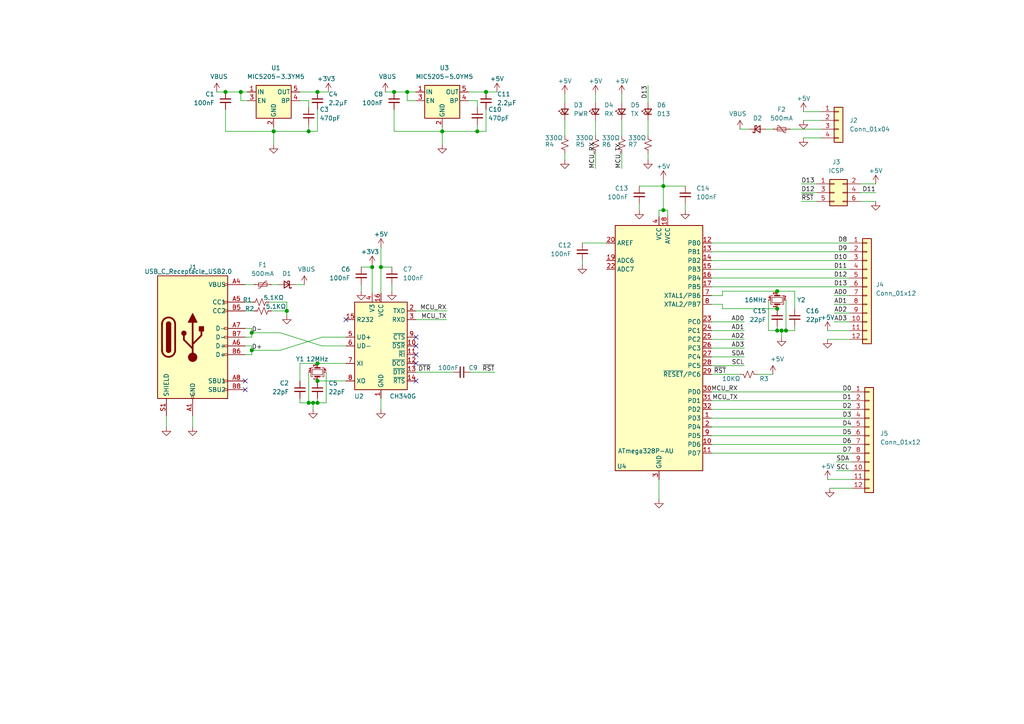
<source format=kicad_sch>
(kicad_sch (version 20200714) (host eeschema "(5.99.0-2671-gfc0a358ba)")
  (page 1 1)
  (paper "A4")
  (lib_symbols
    (symbol "Connector:USB_C_Receptacle_USB2.0"
      (property "Reference" "J" (at -10.16 19.05 0))
      (property "Value" "USB_C_Receptacle_USB2.0" (at 19.05 19.05 0))
      (symbol "USB_C_Receptacle_USB2.0_0_1"
        (arc (start -8.89 -3.81) (end -5.08 -3.81) (radius (at -6.985 -3.81) (length 1.905) (angles -179.9 -0.1)) (stroke (width 0.508)))
        (arc (start -7.62 -3.81) (end -6.35 -3.81) (radius (at -6.985 -3.81) (length 0.635) (angles -179.9 -0.1)) (stroke (width 0.254)))
        (arc (start -7.62 -3.81) (end -6.35 -3.81) (radius (at -6.985 -3.81) (length 0.635) (angles -179.9 -0.1)) (stroke (width 0.254)) (fill (type outline)))
        (arc (start -6.35 3.81) (end -7.62 3.81) (radius (at -6.985 3.81) (length 0.635) (angles 0.1 179.9)) (stroke (width 0.254)) (fill (type outline)))
        (arc (start -6.35 3.81) (end -7.62 3.81) (radius (at -6.985 3.81) (length 0.635) (angles 0.1 179.9)) (stroke (width 0.254)))
        (arc (start -5.08 3.81) (end -8.89 3.81) (radius (at -6.985 3.81) (length 1.905) (angles 0.1 179.9)) (stroke (width 0.508)))
        (circle (center -2.54 1.143) (radius 0.635) (stroke (width 0.254)) (fill (type outline)))
        (circle (center 0 -5.842) (radius 1.27) (fill (type outline)))
        (rectangle (start -10.16 17.78) (end 10.16 -17.78) (stroke (width 0.254)) (fill (type background)))
        (rectangle (start -7.62 -3.81) (end -6.35 3.81) (stroke (width 0.254)) (fill (type outline)))
        (rectangle (start 1.905 1.778) (end 3.175 3.048) (stroke (width 0.254)) (fill (type outline)))
        (polyline (pts (xy -8.89 -3.81) (xy -8.89 3.81)) (stroke (width 0.508)))
        (polyline (pts (xy -5.08 3.81) (xy -5.08 -3.81)) (stroke (width 0.508)))
        (polyline (pts (xy 0 -5.842) (xy 0 4.318)) (stroke (width 0.508)))
        (polyline (pts (xy 0 -3.302) (xy -2.54 -0.762) (xy -2.54 0.508)) (stroke (width 0.508)))
        (polyline (pts (xy 0 -2.032) (xy 2.54 0.508) (xy 2.54 1.778)) (stroke (width 0.508)))
        (polyline (pts (xy -1.27 4.318) (xy 0 6.858) (xy 1.27 4.318) (xy -1.27 4.318)) (stroke (width 0.254)) (fill (type outline)))
      )
      (symbol "USB_C_Receptacle_USB2.0_0_0"
        (rectangle (start -0.254 -17.78) (end 0.254 -16.764))
        (rectangle (start 10.16 -14.986) (end 9.144 -15.494))
        (rectangle (start 10.16 -12.446) (end 9.144 -12.954))
        (rectangle (start 10.16 -4.826) (end 9.144 -5.334))
        (rectangle (start 10.16 -2.286) (end 9.144 -2.794))
        (rectangle (start 10.16 0.254) (end 9.144 -0.254))
        (rectangle (start 10.16 2.794) (end 9.144 2.286))
        (rectangle (start 10.16 7.874) (end 9.144 7.366))
        (rectangle (start 10.16 10.414) (end 9.144 9.906))
        (rectangle (start 10.16 15.494) (end 9.144 14.986))
      )
      (symbol "USB_C_Receptacle_USB2.0_1_1"
        (pin power_in line (at 0 -22.86 90) (length 5.08) (name "GND") (number "A1"))
        (pin passive line (at 0 -22.86 90) (length 5.08) hide (name "GND") (number "A12"))
        (pin power_in line (at 15.24 15.24 180) (length 5.08) (name "VBUS") (number "A4"))
        (pin bidirectional line (at 15.24 10.16 180) (length 5.08) (name "CC1") (number "A5"))
        (pin bidirectional line (at 15.24 -2.54 180) (length 5.08) (name "D+") (number "A6"))
        (pin bidirectional line (at 15.24 2.54 180) (length 5.08) (name "D-") (number "A7"))
        (pin bidirectional line (at 15.24 -12.7 180) (length 5.08) (name "SBU1") (number "A8"))
        (pin passive line (at 15.24 15.24 180) (length 5.08) hide (name "VBUS") (number "A9"))
        (pin passive line (at 0 -22.86 90) (length 5.08) hide (name "GND") (number "B1"))
        (pin passive line (at 0 -22.86 90) (length 5.08) hide (name "GND") (number "B12"))
        (pin passive line (at 15.24 15.24 180) (length 5.08) hide (name "VBUS") (number "B4"))
        (pin bidirectional line (at 15.24 7.62 180) (length 5.08) (name "CC2") (number "B5"))
        (pin bidirectional line (at 15.24 -5.08 180) (length 5.08) (name "D+") (number "B6"))
        (pin bidirectional line (at 15.24 0 180) (length 5.08) (name "D-") (number "B7"))
        (pin bidirectional line (at 15.24 -15.24 180) (length 5.08) (name "SBU2") (number "B8"))
        (pin passive line (at 15.24 15.24 180) (length 5.08) hide (name "VBUS") (number "B9"))
        (pin passive line (at -7.62 -22.86 90) (length 5.08) (name "SHIELD") (number "S1"))
      )
    )
    (symbol "Connector_Generic:Conn_01x04" (pin_names hide)
      (property "Reference" "J" (at 0 5.08 0))
      (property "Value" "Conn_01x04" (at 0 -7.62 0))
      (symbol "Conn_01x04_1_1"
        (rectangle (start -1.27 -4.953) (end 0 -5.207) (stroke (width 0.1524)))
        (rectangle (start -1.27 -2.413) (end 0 -2.667) (stroke (width 0.1524)))
        (rectangle (start -1.27 2.667) (end 0 2.413) (stroke (width 0.1524)))
        (rectangle (start -1.27 3.81) (end 1.27 -6.35) (stroke (width 0.254)) (fill (type background)))
        (rectangle (start -1.27 0.127) (end 0 -0.127) (stroke (width 0.1524)))
        (pin passive line (at -5.08 2.54 0) (length 3.81) (name "Pin_1") (number "1"))
        (pin passive line (at -5.08 0 0) (length 3.81) (name "Pin_2") (number "2"))
        (pin passive line (at -5.08 -2.54 0) (length 3.81) (name "Pin_3") (number "3"))
        (pin passive line (at -5.08 -5.08 0) (length 3.81) (name "Pin_4") (number "4"))
      )
    )
    (symbol "Connector_Generic:Conn_01x12" (pin_names hide)
      (property "Reference" "J" (at 0 15.24 0))
      (property "Value" "Conn_01x12" (at 0 -17.78 0))
      (symbol "Conn_01x12_1_1"
        (rectangle (start -1.27 -4.953) (end 0 -5.207) (stroke (width 0.1524)))
        (rectangle (start -1.27 -7.493) (end 0 -7.747) (stroke (width 0.1524)))
        (rectangle (start -1.27 -10.033) (end 0 -10.287) (stroke (width 0.1524)))
        (rectangle (start -1.27 -12.573) (end 0 -12.827) (stroke (width 0.1524)))
        (rectangle (start -1.27 -15.113) (end 0 -15.367) (stroke (width 0.1524)))
        (rectangle (start -1.27 -2.413) (end 0 -2.667) (stroke (width 0.1524)))
        (rectangle (start -1.27 2.667) (end 0 2.413) (stroke (width 0.1524)))
        (rectangle (start -1.27 5.207) (end 0 4.953) (stroke (width 0.1524)))
        (rectangle (start -1.27 7.747) (end 0 7.493) (stroke (width 0.1524)))
        (rectangle (start -1.27 10.287) (end 0 10.033) (stroke (width 0.1524)))
        (rectangle (start -1.27 0.127) (end 0 -0.127) (stroke (width 0.1524)))
        (rectangle (start -1.27 12.827) (end 0 12.573) (stroke (width 0.1524)))
        (rectangle (start -1.27 13.97) (end 1.27 -16.51) (stroke (width 0.254)) (fill (type background)))
        (pin passive line (at -5.08 12.7 0) (length 3.81) (name "Pin_1") (number "1"))
        (pin passive line (at -5.08 -10.16 0) (length 3.81) (name "Pin_10") (number "10"))
        (pin passive line (at -5.08 -12.7 0) (length 3.81) (name "Pin_11") (number "11"))
        (pin passive line (at -5.08 -15.24 0) (length 3.81) (name "Pin_12") (number "12"))
        (pin passive line (at -5.08 10.16 0) (length 3.81) (name "Pin_2") (number "2"))
        (pin passive line (at -5.08 7.62 0) (length 3.81) (name "Pin_3") (number "3"))
        (pin passive line (at -5.08 5.08 0) (length 3.81) (name "Pin_4") (number "4"))
        (pin passive line (at -5.08 2.54 0) (length 3.81) (name "Pin_5") (number "5"))
        (pin passive line (at -5.08 0 0) (length 3.81) (name "Pin_6") (number "6"))
        (pin passive line (at -5.08 -2.54 0) (length 3.81) (name "Pin_7") (number "7"))
        (pin passive line (at -5.08 -5.08 0) (length 3.81) (name "Pin_8") (number "8"))
        (pin passive line (at -5.08 -7.62 0) (length 3.81) (name "Pin_9") (number "9"))
      )
    )
    (symbol "Connector_Generic:Conn_02x03_Odd_Even" (pin_names hide)
      (property "Reference" "J" (at 1.27 5.08 0))
      (property "Value" "Conn_02x03_Odd_Even" (at 1.27 -5.08 0))
      (symbol "Conn_02x03_Odd_Even_1_1"
        (rectangle (start -1.27 -2.413) (end 0 -2.667) (stroke (width 0.1524)))
        (rectangle (start -1.27 2.667) (end 0 2.413) (stroke (width 0.1524)))
        (rectangle (start -1.27 3.81) (end 3.81 -3.81) (stroke (width 0.254)) (fill (type background)))
        (rectangle (start -1.27 0.127) (end 0 -0.127) (stroke (width 0.1524)))
        (rectangle (start 3.81 -2.413) (end 2.54 -2.667) (stroke (width 0.1524)))
        (rectangle (start 3.81 2.667) (end 2.54 2.413) (stroke (width 0.1524)))
        (rectangle (start 3.81 0.127) (end 2.54 -0.127) (stroke (width 0.1524)))
        (pin passive line (at -5.08 2.54 0) (length 3.81) (name "Pin_1") (number "1"))
        (pin passive line (at 7.62 2.54 180) (length 3.81) (name "Pin_2") (number "2"))
        (pin passive line (at -5.08 0 0) (length 3.81) (name "Pin_3") (number "3"))
        (pin passive line (at 7.62 0 180) (length 3.81) (name "Pin_4") (number "4"))
        (pin passive line (at -5.08 -2.54 0) (length 3.81) (name "Pin_5") (number "5"))
        (pin passive line (at 7.62 -2.54 180) (length 3.81) (name "Pin_6") (number "6"))
      )
    )
    (symbol "Device:C_Small" (pin_numbers hide) (pin_names (offset 0.254) hide)
      (property "Reference" "C" (at 0.254 1.778 0))
      (property "Value" "C_Small" (at 0.254 -2.032 0))
      (symbol "C_Small_0_1"
        (polyline (pts (xy -1.524 -0.508) (xy 1.524 -0.508)) (stroke (width 0.3302)))
        (polyline (pts (xy -1.524 0.508) (xy 1.524 0.508)) (stroke (width 0.3048)))
      )
      (symbol "C_Small_1_1"
        (pin passive line (at 0 2.54 270) (length 2.032) (name "~") (number "1"))
        (pin passive line (at 0 -2.54 90) (length 2.032) (name "~") (number "2"))
      )
    )
    (symbol "Device:Crystal_GND24_Small" (pin_names hide)
      (property "Reference" "Y" (at 1.27 4.445 0))
      (property "Value" "Crystal_GND24_Small" (at 1.27 2.54 0))
      (symbol "Crystal_GND24_Small_0_1"
        (rectangle (start -0.762 -1.524) (end 0.762 1.524))
        (polyline (pts (xy -1.27 -0.762) (xy -1.27 0.762)) (stroke (width 0.381)))
        (polyline (pts (xy 1.27 -0.762) (xy 1.27 0.762)) (stroke (width 0.381)))
        (polyline (pts (xy -1.27 -1.27) (xy -1.27 -1.905) (xy 1.27 -1.905) (xy 1.27 -1.27)))
        (polyline (pts (xy -1.27 1.27) (xy -1.27 1.905) (xy 1.27 1.905) (xy 1.27 1.27)))
      )
      (symbol "Crystal_GND24_Small_1_1"
        (pin passive line (at -2.54 0 0) (length 1.27) (name "1") (number "1"))
        (pin passive line (at 0 -2.54 90) (length 0.635) (name "2") (number "2"))
        (pin passive line (at 2.54 0 180) (length 1.27) (name "3") (number "3"))
        (pin passive line (at 0 2.54 270) (length 0.635) (name "4") (number "4"))
      )
    )
    (symbol "Device:D_Schottky_Small" (pin_numbers hide) (pin_names (offset 0.254) hide)
      (property "Reference" "D" (at -1.27 2.032 0))
      (property "Value" "D_Schottky_Small" (at -7.112 -2.032 0))
      (symbol "D_Schottky_Small_0_1"
        (polyline (pts (xy -0.762 0) (xy 0.762 0)))
        (polyline (pts (xy 0.762 -1.016) (xy -0.762 0) (xy 0.762 1.016) (xy 0.762 -1.016)) (stroke (width 0.254)))
        (polyline (pts (xy -1.27 0.762) (xy -1.27 1.016) (xy -0.762 1.016) (xy -0.762 -1.016) (xy -0.254 -1.016) (xy -0.254 -0.762)) (stroke (width 0.254)))
      )
      (symbol "D_Schottky_Small_1_1"
        (pin passive line (at -2.54 0 0) (length 1.778) (name "K") (number "1"))
        (pin passive line (at 2.54 0 180) (length 1.778) (name "A") (number "2"))
      )
    )
    (symbol "Device:LED_Small" (pin_numbers hide) (pin_names (offset 0.254) hide)
      (property "Reference" "D" (at -1.27 3.175 0))
      (property "Value" "LED_Small" (at -4.445 -2.54 0))
      (symbol "LED_Small_0_1"
        (polyline (pts (xy -0.762 -1.016) (xy -0.762 1.016)) (stroke (width 0.254)))
        (polyline (pts (xy 1.016 0) (xy -0.762 0)))
        (polyline (pts (xy 0.762 -1.016) (xy -0.762 0) (xy 0.762 1.016) (xy 0.762 -1.016)) (stroke (width 0.254)))
        (polyline (pts (xy 0 0.762) (xy -0.508 1.27) (xy -0.254 1.27) (xy -0.508 1.27) (xy -0.508 1.016)))
        (polyline (pts (xy 0.508 1.27) (xy 0 1.778) (xy 0.254 1.778) (xy 0 1.778) (xy 0 1.524)))
      )
      (symbol "LED_Small_1_1"
        (pin passive line (at -2.54 0 0) (length 1.778) (name "K") (number "1"))
        (pin passive line (at 2.54 0 180) (length 1.778) (name "A") (number "2"))
      )
    )
    (symbol "Device:Polyfuse_Small" (pin_numbers hide) (pin_names (offset 0))
      (property "Reference" "F" (at -1.905 0 90))
      (property "Value" "Polyfuse_Small" (at 1.905 0 90))
      (symbol "Polyfuse_Small_0_1"
        (rectangle (start -0.508 1.27) (end 0.508 -1.27))
        (polyline (pts (xy 0 2.54) (xy 0 -2.54)))
        (polyline (pts (xy -1.016 1.27) (xy -1.016 0.762) (xy 1.016 -0.762) (xy 1.016 -1.27)))
      )
      (symbol "Polyfuse_Small_1_1"
        (pin passive line (at 0 2.54 270) (length 0.635) (name "~") (number "1"))
        (pin passive line (at 0 -2.54 90) (length 0.635) (name "~") (number "2"))
      )
    )
    (symbol "Device:R_Small_US" (pin_numbers hide) (pin_names (offset 0.254) hide)
      (property "Reference" "R" (at 0.762 0.508 0))
      (property "Value" "R_Small_US" (at 0.762 -1.016 0))
      (symbol "R_Small_US_1_1"
        (polyline (pts (xy 0 0) (xy 1.016 -0.381) (xy 0 -0.762) (xy -1.016 -1.143) (xy 0 -1.524)))
        (polyline (pts (xy 0 1.524) (xy 1.016 1.143) (xy 0 0.762) (xy -1.016 0.381) (xy 0 0)))
        (pin passive line (at 0 2.54 270) (length 1.016) (name "~") (number "1"))
        (pin passive line (at 0 -2.54 90) (length 1.016) (name "~") (number "2"))
      )
    )
    (symbol "Interface_USB:CH340G" (pin_names (offset 0.508))
      (property "Reference" "U" (at -5.08 13.97 0))
      (property "Value" "CH340G" (at 1.27 13.97 0))
      (symbol "CH340G_0_1"
        (rectangle (start -7.62 12.7) (end 7.62 -12.7) (stroke (width 0.254)) (fill (type background)))
      )
      (symbol "CH340G_1_1"
        (pin power_in line (at 0 -15.24 90) (length 2.54) (name "GND") (number "1"))
        (pin input line (at 10.16 0 180) (length 2.54) (name "~DSR") (number "10"))
        (pin input line (at 10.16 -2.54 180) (length 2.54) (name "~RI") (number "11"))
        (pin input line (at 10.16 -5.08 180) (length 2.54) (name "~DCD") (number "12"))
        (pin output line (at 10.16 -7.62 180) (length 2.54) (name "~DTR") (number "13"))
        (pin output line (at 10.16 -10.16 180) (length 2.54) (name "~RTS") (number "14"))
        (pin input line (at -10.16 7.62 0) (length 2.54) (name "R232") (number "15"))
        (pin power_in line (at 0 15.24 270) (length 2.54) (name "VCC") (number "16"))
        (pin output line (at 10.16 10.16 180) (length 2.54) (name "TXD") (number "2"))
        (pin input line (at 10.16 7.62 180) (length 2.54) (name "RXD") (number "3"))
        (pin passive line (at -2.54 15.24 270) (length 2.54) (name "V3") (number "4"))
        (pin bidirectional line (at -10.16 2.54 0) (length 2.54) (name "UD+") (number "5"))
        (pin bidirectional line (at -10.16 0 0) (length 2.54) (name "UD-") (number "6"))
        (pin input line (at -10.16 -5.08 0) (length 2.54) (name "XI") (number "7"))
        (pin output line (at -10.16 -10.16 0) (length 2.54) (name "XO") (number "8"))
        (pin input line (at 10.16 2.54 180) (length 2.54) (name "~CTS") (number "9"))
      )
    )
    (symbol "MCU_Microchip_ATmega:ATmega328P-AU" (pin_names (offset 0.508))
      (property "Reference" "U" (at -12.7 36.83 0))
      (property "Value" "ATmega328P-AU" (at 2.54 -36.83 0))
      (symbol "ATmega328P-AU_0_1"
        (rectangle (start -12.7 -35.56) (end 12.7 35.56) (stroke (width 0.254)) (fill (type background)))
      )
      (symbol "ATmega328P-AU_1_1"
        (pin bidirectional line (at 15.24 -20.32 180) (length 2.54) (name "PD3") (number "1"))
        (pin bidirectional line (at 15.24 -27.94 180) (length 2.54) (name "PD6") (number "10"))
        (pin bidirectional line (at 15.24 -30.48 180) (length 2.54) (name "PD7") (number "11"))
        (pin bidirectional line (at 15.24 30.48 180) (length 2.54) (name "PB0") (number "12"))
        (pin bidirectional line (at 15.24 27.94 180) (length 2.54) (name "PB1") (number "13"))
        (pin bidirectional line (at 15.24 25.4 180) (length 2.54) (name "PB2") (number "14"))
        (pin bidirectional line (at 15.24 22.86 180) (length 2.54) (name "PB3") (number "15"))
        (pin bidirectional line (at 15.24 20.32 180) (length 2.54) (name "PB4") (number "16"))
        (pin bidirectional line (at 15.24 17.78 180) (length 2.54) (name "PB5") (number "17"))
        (pin power_in line (at 2.54 38.1 270) (length 2.54) (name "AVCC") (number "18"))
        (pin input line (at -15.24 25.4 0) (length 2.54) (name "ADC6") (number "19"))
        (pin bidirectional line (at 15.24 -22.86 180) (length 2.54) (name "PD4") (number "2"))
        (pin passive line (at -15.24 30.48 0) (length 2.54) (name "AREF") (number "20"))
        (pin passive line (at 0 -38.1 90) (length 2.54) hide (name "GND") (number "21"))
        (pin input line (at -15.24 22.86 0) (length 2.54) (name "ADC7") (number "22"))
        (pin bidirectional line (at 15.24 7.62 180) (length 2.54) (name "PC0") (number "23"))
        (pin bidirectional line (at 15.24 5.08 180) (length 2.54) (name "PC1") (number "24"))
        (pin bidirectional line (at 15.24 2.54 180) (length 2.54) (name "PC2") (number "25"))
        (pin bidirectional line (at 15.24 0 180) (length 2.54) (name "PC3") (number "26"))
        (pin bidirectional line (at 15.24 -2.54 180) (length 2.54) (name "PC4") (number "27"))
        (pin bidirectional line (at 15.24 -5.08 180) (length 2.54) (name "PC5") (number "28"))
        (pin bidirectional line (at 15.24 -7.62 180) (length 2.54) (name "~RESET~/PC6") (number "29"))
        (pin power_in line (at 0 -38.1 90) (length 2.54) (name "GND") (number "3"))
        (pin bidirectional line (at 15.24 -12.7 180) (length 2.54) (name "PD0") (number "30"))
        (pin bidirectional line (at 15.24 -15.24 180) (length 2.54) (name "PD1") (number "31"))
        (pin bidirectional line (at 15.24 -17.78 180) (length 2.54) (name "PD2") (number "32"))
        (pin power_in line (at 0 38.1 270) (length 2.54) (name "VCC") (number "4"))
        (pin passive line (at 0 -38.1 90) (length 2.54) hide (name "GND") (number "5"))
        (pin passive line (at 0 38.1 270) (length 2.54) hide (name "VCC") (number "6"))
        (pin bidirectional line (at 15.24 15.24 180) (length 2.54) (name "XTAL1/PB6") (number "7"))
        (pin bidirectional line (at 15.24 12.7 180) (length 2.54) (name "XTAL2/PB7") (number "8"))
        (pin bidirectional line (at 15.24 -25.4 180) (length 2.54) (name "PD5") (number "9"))
      )
    )
    (symbol "Regulator_Linear:MIC5205-3.3YM5" (pin_names (offset 0.254))
      (property "Reference" "U" (at -3.81 5.715 0))
      (property "Value" "MIC5205-3.3YM5" (at 0 5.715 0))
      (symbol "MIC5205-3.3YM5_0_1"
        (rectangle (start -5.08 4.445) (end 5.08 -5.08) (stroke (width 0.254)) (fill (type background)))
      )
      (symbol "MIC5205-3.3YM5_1_1"
        (pin power_in line (at -7.62 2.54 0) (length 2.54) (name "IN") (number "1"))
        (pin power_in line (at 0 -7.62 90) (length 2.54) (name "GND") (number "2"))
        (pin input line (at -7.62 0 0) (length 2.54) (name "EN") (number "3"))
        (pin input line (at 7.62 0 180) (length 2.54) (name "BP") (number "4"))
        (pin power_out line (at 7.62 2.54 180) (length 2.54) (name "OUT") (number "5"))
      )
    )
    (symbol "Regulator_Linear:MIC5205-5.0YM5" (pin_names (offset 0.254))
      (property "Reference" "U" (at -3.81 5.715 0))
      (property "Value" "MIC5205-5.0YM5" (at 0 5.715 0))
      (symbol "MIC5205-5.0YM5_0_1"
        (rectangle (start -5.08 4.445) (end 5.08 -5.08) (stroke (width 0.254)) (fill (type background)))
      )
      (symbol "MIC5205-5.0YM5_1_1"
        (pin power_in line (at -7.62 2.54 0) (length 2.54) (name "IN") (number "1"))
        (pin power_in line (at 0 -7.62 90) (length 2.54) (name "GND") (number "2"))
        (pin input line (at -7.62 0 0) (length 2.54) (name "EN") (number "3"))
        (pin input line (at 7.62 0 180) (length 2.54) (name "BP") (number "4"))
        (pin power_out line (at 7.62 2.54 180) (length 2.54) (name "OUT") (number "5"))
      )
    )
    (symbol "power:+3V3" (power) (pin_names (offset 0))
      (property "Value" "+3V3" (at 0 3.556 0))
      (symbol "+3V3_0_1"
        (polyline (pts (xy -0.762 1.27) (xy 0 2.54)))
        (polyline (pts (xy 0 0) (xy 0 2.54)))
        (polyline (pts (xy 0 2.54) (xy 0.762 1.27)))
      )
      (symbol "+3V3_1_1"
        (pin power_in line (at 0 0 90) (length 0) hide (name "+3V3") (number "1"))
      )
    )
    (symbol "power:+5V" (power) (pin_names (offset 0))
      (property "Value" "+5V" (at 0 3.556 0))
      (symbol "+5V_0_1"
        (polyline (pts (xy -0.762 1.27) (xy 0 2.54)))
        (polyline (pts (xy 0 0) (xy 0 2.54)))
        (polyline (pts (xy 0 2.54) (xy 0.762 1.27)))
      )
      (symbol "+5V_1_1"
        (pin power_in line (at 0 0 90) (length 0) hide (name "+5V") (number "1"))
      )
    )
    (symbol "power:GND" (power) (pin_names (offset 0))
      (property "Value" "GND" (at 0 -3.81 0))
      (symbol "GND_0_1"
        (polyline (pts (xy 0 0) (xy 0 -1.27) (xy 1.27 -1.27) (xy 0 -2.54) (xy -1.27 -1.27) (xy 0 -1.27)))
      )
      (symbol "GND_1_1"
        (pin power_in line (at 0 0 270) (length 0) hide (name "GND") (number "1"))
      )
    )
    (symbol "power:VBUS" (power) (pin_names (offset 0))
      (property "Value" "VBUS" (at 0 3.81 0))
      (symbol "VBUS_0_1"
        (polyline (pts (xy -0.762 1.27) (xy 0 2.54)))
        (polyline (pts (xy 0 0) (xy 0 2.54)))
        (polyline (pts (xy 0 2.54) (xy 0.762 1.27)))
      )
      (symbol "VBUS_1_1"
        (pin power_in line (at 0 0 90) (length 0) hide (name "VBUS") (number "1"))
      )
    )
  )
  (junction (at 65.405 26.67) (diameter 1.016))
  (junction (at 69.85 26.67) (diameter 1.016))
  (junction (at 73.025 96.52) (diameter 1.016))
  (junction (at 73.025 101.6) (diameter 1.016))
  (junction (at 79.375 38.1) (diameter 1.016))
  (junction (at 83.185 90.17) (diameter 1.016))
  (junction (at 89.535 38.1) (diameter 1.016))
  (junction (at 89.535 116.84) (diameter 1.016))
  (junction (at 90.805 116.84) (diameter 1.016))
  (junction (at 92.075 26.67) (diameter 1.016))
  (junction (at 92.075 105.41) (diameter 1.016))
  (junction (at 92.075 110.49) (diameter 1.016))
  (junction (at 92.075 116.84) (diameter 1.016))
  (junction (at 107.95 77.47) (diameter 1.016))
  (junction (at 110.49 77.47) (diameter 1.016))
  (junction (at 114.3 26.67) (diameter 1.016))
  (junction (at 118.11 26.67) (diameter 1.016))
  (junction (at 128.27 38.1) (diameter 1.016))
  (junction (at 138.43 38.1) (diameter 1.016))
  (junction (at 140.97 26.67) (diameter 1.016))
  (junction (at 192.405 53.975) (diameter 1.016))
  (junction (at 192.405 60.96) (diameter 1.016))
  (junction (at 225.425 84.455) (diameter 1.016))
  (junction (at 225.425 89.535) (diameter 1.016))
  (junction (at 225.425 95.885) (diameter 1.016))
  (junction (at 226.695 95.885) (diameter 1.016))
  (junction (at 227.965 95.885) (diameter 1.016))
  (no_connect (at 120.65 102.87))
  (no_connect (at 120.65 97.79))
  (no_connect (at 120.65 100.33))
  (no_connect (at 120.65 105.41))
  (no_connect (at 120.65 110.49))
  (no_connect (at 100.33 92.71))
  (no_connect (at 71.12 110.49))
  (no_connect (at 71.12 113.03))
  (wire (pts (xy 48.26 123.825) (xy 48.26 120.65)))
  (wire (pts (xy 55.88 123.825) (xy 55.88 120.65)))
  (wire (pts (xy 62.865 26.67) (xy 65.405 26.67)))
  (wire (pts (xy 65.405 26.67) (xy 69.85 26.67)))
  (wire (pts (xy 65.405 31.75) (xy 65.405 38.1)))
  (wire (pts (xy 65.405 38.1) (xy 79.375 38.1)))
  (wire (pts (xy 69.85 26.67) (xy 71.755 26.67)))
  (wire (pts (xy 69.85 29.21) (xy 69.85 26.67)))
  (wire (pts (xy 69.85 29.21) (xy 71.755 29.21)))
  (wire (pts (xy 71.12 87.63) (xy 73.025 87.63)))
  (wire (pts (xy 71.12 90.17) (xy 73.66 90.17)))
  (wire (pts (xy 71.12 95.25) (xy 73.025 95.25)))
  (wire (pts (xy 71.12 100.33) (xy 73.025 100.33)))
  (wire (pts (xy 73.025 95.25) (xy 73.025 96.52)))
  (wire (pts (xy 73.025 96.52) (xy 73.025 97.79)))
  (wire (pts (xy 73.025 96.52) (xy 81.28 96.52)))
  (wire (pts (xy 73.025 97.79) (xy 71.12 97.79)))
  (wire (pts (xy 73.025 100.33) (xy 73.025 101.6)))
  (wire (pts (xy 73.025 101.6) (xy 73.025 102.87)))
  (wire (pts (xy 73.025 101.6) (xy 81.28 101.6)))
  (wire (pts (xy 73.025 102.87) (xy 71.12 102.87)))
  (wire (pts (xy 73.66 82.55) (xy 71.12 82.55)))
  (wire (pts (xy 78.105 87.63) (xy 83.185 87.63)))
  (wire (pts (xy 78.74 90.17) (xy 83.185 90.17)))
  (wire (pts (xy 79.375 38.1) (xy 79.375 36.83)))
  (wire (pts (xy 79.375 38.1) (xy 89.535 38.1)))
  (wire (pts (xy 79.375 41.91) (xy 79.375 38.1)))
  (wire (pts (xy 80.645 82.55) (xy 78.74 82.55)))
  (wire (pts (xy 83.185 87.63) (xy 83.185 90.17)))
  (wire (pts (xy 83.185 90.17) (xy 83.185 91.44)))
  (wire (pts (xy 86.995 105.41) (xy 92.075 105.41)))
  (wire (pts (xy 86.995 110.49) (xy 86.995 105.41)))
  (wire (pts (xy 86.995 116.84) (xy 86.995 115.57)))
  (wire (pts (xy 88.265 82.55) (xy 85.725 82.55)))
  (wire (pts (xy 89.535 29.21) (xy 86.995 29.21)))
  (wire (pts (xy 89.535 31.115) (xy 89.535 29.21)))
  (wire (pts (xy 89.535 36.195) (xy 89.535 38.1)))
  (wire (pts (xy 89.535 38.1) (xy 92.075 38.1)))
  (wire (pts (xy 89.535 107.95) (xy 89.535 116.84)))
  (wire (pts (xy 89.535 116.84) (xy 86.995 116.84)))
  (wire (pts (xy 90.805 116.84) (xy 89.535 116.84)))
  (wire (pts (xy 90.805 116.84) (xy 90.805 118.745)))
  (wire (pts (xy 92.075 26.67) (xy 86.995 26.67)))
  (wire (pts (xy 92.075 38.1) (xy 92.075 31.75)))
  (wire (pts (xy 92.075 115.57) (xy 92.075 116.84)))
  (wire (pts (xy 92.075 116.84) (xy 90.805 116.84)))
  (wire (pts (xy 93.345 97.79) (xy 81.28 101.6)))
  (wire (pts (xy 93.345 97.79) (xy 100.33 97.79)))
  (wire (pts (xy 93.345 100.33) (xy 81.28 96.52)))
  (wire (pts (xy 94.615 107.95) (xy 94.615 116.84)))
  (wire (pts (xy 94.615 116.84) (xy 92.075 116.84)))
  (wire (pts (xy 95.25 26.67) (xy 92.075 26.67)))
  (wire (pts (xy 100.33 100.33) (xy 93.345 100.33)))
  (wire (pts (xy 100.33 105.41) (xy 92.075 105.41)))
  (wire (pts (xy 100.33 110.49) (xy 92.075 110.49)))
  (wire (pts (xy 104.775 77.47) (xy 107.95 77.47)))
  (wire (pts (xy 104.775 84.455) (xy 104.775 82.55)))
  (wire (pts (xy 107.95 76.835) (xy 107.95 77.47)))
  (wire (pts (xy 107.95 77.47) (xy 107.95 85.09)))
  (wire (pts (xy 110.49 71.755) (xy 110.49 77.47)))
  (wire (pts (xy 110.49 77.47) (xy 110.49 85.09)))
  (wire (pts (xy 110.49 118.745) (xy 110.49 115.57)))
  (wire (pts (xy 111.76 26.67) (xy 114.3 26.67)))
  (wire (pts (xy 113.665 77.47) (xy 110.49 77.47)))
  (wire (pts (xy 113.665 84.455) (xy 113.665 82.55)))
  (wire (pts (xy 114.3 26.67) (xy 118.11 26.67)))
  (wire (pts (xy 114.3 31.75) (xy 114.3 38.1)))
  (wire (pts (xy 114.3 38.1) (xy 128.27 38.1)))
  (wire (pts (xy 118.11 26.67) (xy 118.11 29.21)))
  (wire (pts (xy 118.11 26.67) (xy 120.65 26.67)))
  (wire (pts (xy 118.11 29.21) (xy 120.65 29.21)))
  (wire (pts (xy 120.65 90.17) (xy 129.54 90.17)))
  (wire (pts (xy 120.65 92.71) (xy 129.54 92.71)))
  (wire (pts (xy 120.65 107.95) (xy 131.445 107.95)))
  (wire (pts (xy 128.27 38.1) (xy 128.27 36.83)))
  (wire (pts (xy 128.27 38.1) (xy 138.43 38.1)))
  (wire (pts (xy 128.27 41.91) (xy 128.27 38.1)))
  (wire (pts (xy 136.525 107.95) (xy 143.51 107.95)))
  (wire (pts (xy 138.43 29.21) (xy 135.89 29.21)))
  (wire (pts (xy 138.43 31.115) (xy 138.43 29.21)))
  (wire (pts (xy 138.43 36.195) (xy 138.43 38.1)))
  (wire (pts (xy 138.43 38.1) (xy 140.97 38.1)))
  (wire (pts (xy 140.97 26.67) (xy 135.89 26.67)))
  (wire (pts (xy 140.97 38.1) (xy 140.97 31.75)))
  (wire (pts (xy 144.145 26.67) (xy 140.97 26.67)))
  (wire (pts (xy 163.83 27.305) (xy 163.83 29.845)))
  (wire (pts (xy 163.83 34.925) (xy 163.83 39.37)))
  (wire (pts (xy 163.83 46.355) (xy 163.83 44.45)))
  (wire (pts (xy 168.91 70.485) (xy 175.895 70.485)))
  (wire (pts (xy 168.91 76.835) (xy 168.91 75.565)))
  (wire (pts (xy 172.72 27.305) (xy 172.72 29.845)))
  (wire (pts (xy 172.72 34.925) (xy 172.72 39.37)))
  (wire (pts (xy 172.72 48.895) (xy 172.72 44.45)))
  (wire (pts (xy 180.34 27.305) (xy 180.34 29.845)))
  (wire (pts (xy 180.34 34.925) (xy 180.34 39.37)))
  (wire (pts (xy 180.34 48.895) (xy 180.34 44.45)))
  (wire (pts (xy 185.42 53.975) (xy 192.405 53.975)))
  (wire (pts (xy 185.42 60.96) (xy 185.42 59.055)))
  (wire (pts (xy 187.96 24.765) (xy 187.96 29.845)))
  (wire (pts (xy 187.96 34.925) (xy 187.96 39.37)))
  (wire (pts (xy 187.96 46.355) (xy 187.96 44.45)))
  (wire (pts (xy 191.135 60.96) (xy 191.135 62.865)))
  (wire (pts (xy 191.135 144.78) (xy 191.135 139.065)))
  (wire (pts (xy 192.405 52.07) (xy 192.405 53.975)))
  (wire (pts (xy 192.405 53.975) (xy 192.405 60.96)))
  (wire (pts (xy 192.405 53.975) (xy 198.755 53.975)))
  (wire (pts (xy 192.405 60.96) (xy 191.135 60.96)))
  (wire (pts (xy 192.405 60.96) (xy 193.675 60.96)))
  (wire (pts (xy 193.675 60.96) (xy 193.675 62.865)))
  (wire (pts (xy 198.755 60.96) (xy 198.755 59.055)))
  (wire (pts (xy 206.375 70.485) (xy 246.38 70.485)))
  (wire (pts (xy 206.375 73.025) (xy 246.38 73.025)))
  (wire (pts (xy 206.375 75.565) (xy 246.38 75.565)))
  (wire (pts (xy 206.375 78.105) (xy 246.38 78.105)))
  (wire (pts (xy 206.375 80.645) (xy 246.38 80.645)))
  (wire (pts (xy 206.375 83.185) (xy 246.38 83.185)))
  (wire (pts (xy 206.375 88.265) (xy 209.55 88.265)))
  (wire (pts (xy 206.375 93.345) (xy 215.9 93.345)))
  (wire (pts (xy 206.375 95.885) (xy 215.9 95.885)))
  (wire (pts (xy 206.375 98.425) (xy 215.9 98.425)))
  (wire (pts (xy 206.375 100.965) (xy 215.9 100.965)))
  (wire (pts (xy 206.375 103.505) (xy 215.9 103.505)))
  (wire (pts (xy 206.375 106.045) (xy 215.9 106.045)))
  (wire (pts (xy 206.375 108.585) (xy 214.63 108.585)))
  (wire (pts (xy 206.375 113.665) (xy 247.015 113.665)))
  (wire (pts (xy 206.375 116.205) (xy 247.015 116.205)))
  (wire (pts (xy 206.375 118.745) (xy 247.015 118.745)))
  (wire (pts (xy 206.375 121.285) (xy 247.015 121.285)))
  (wire (pts (xy 206.375 123.825) (xy 247.015 123.825)))
  (wire (pts (xy 206.375 126.365) (xy 247.015 126.365)))
  (wire (pts (xy 206.375 128.905) (xy 247.015 128.905)))
  (wire (pts (xy 206.375 131.445) (xy 247.015 131.445)))
  (wire (pts (xy 209.55 84.455) (xy 209.55 85.725)))
  (wire (pts (xy 209.55 84.455) (xy 225.425 84.455)))
  (wire (pts (xy 209.55 85.725) (xy 206.375 85.725)))
  (wire (pts (xy 209.55 88.265) (xy 209.55 89.535)))
  (wire (pts (xy 209.55 89.535) (xy 225.425 89.535)))
  (wire (pts (xy 214.63 37.465) (xy 217.17 37.465)))
  (wire (pts (xy 219.71 108.585) (xy 224.155 108.585)))
  (wire (pts (xy 222.25 37.465) (xy 224.155 37.465)))
  (wire (pts (xy 222.885 86.995) (xy 222.885 95.885)))
  (wire (pts (xy 222.885 95.885) (xy 225.425 95.885)))
  (wire (pts (xy 225.425 94.615) (xy 225.425 95.885)))
  (wire (pts (xy 225.425 95.885) (xy 226.695 95.885)))
  (wire (pts (xy 226.695 95.885) (xy 226.695 97.79)))
  (wire (pts (xy 226.695 95.885) (xy 227.965 95.885)))
  (wire (pts (xy 227.965 86.995) (xy 227.965 95.885)))
  (wire (pts (xy 227.965 95.885) (xy 230.505 95.885)))
  (wire (pts (xy 229.235 37.465) (xy 238.125 37.465)))
  (wire (pts (xy 230.505 84.455) (xy 225.425 84.455)))
  (wire (pts (xy 230.505 89.535) (xy 230.505 84.455)))
  (wire (pts (xy 230.505 95.885) (xy 230.505 94.615)))
  (wire (pts (xy 232.41 53.34) (xy 236.855 53.34)))
  (wire (pts (xy 232.41 55.88) (xy 236.855 55.88)))
  (wire (pts (xy 232.41 58.42) (xy 236.855 58.42)))
  (wire (pts (xy 233.045 32.385) (xy 238.125 32.385)))
  (wire (pts (xy 233.045 34.925) (xy 238.125 34.925)))
  (wire (pts (xy 233.045 40.005) (xy 238.125 40.005)))
  (wire (pts (xy 240.03 95.885) (xy 246.38 95.885)))
  (wire (pts (xy 240.03 98.425) (xy 246.38 98.425)))
  (wire (pts (xy 240.03 139.065) (xy 247.015 139.065)))
  (wire (pts (xy 240.665 141.605) (xy 247.015 141.605)))
  (wire (pts (xy 241.935 85.725) (xy 246.38 85.725)))
  (wire (pts (xy 241.935 88.265) (xy 246.38 88.265)))
  (wire (pts (xy 241.935 90.805) (xy 246.38 90.805)))
  (wire (pts (xy 241.935 93.345) (xy 246.38 93.345)))
  (wire (pts (xy 242.57 133.985) (xy 247.015 133.985)))
  (wire (pts (xy 242.57 136.525) (xy 247.015 136.525)))
  (wire (pts (xy 249.555 55.88) (xy 254 55.88)))
  (wire (pts (xy 254 53.34) (xy 249.555 53.34)))
  (wire (pts (xy 254 58.42) (xy 249.555 58.42)))
  (label "D-" (at 73.025 96.52 0))
  (label "D+" (at 73.025 101.6 0))
  (label "~DTR" (at 121.285 107.95 0))
  (label "MCU_RX" (at 129.54 90.17 180))
  (label "MCU_TX" (at 129.54 92.71 180))
  (label "~RST" (at 143.51 107.95 180))
  (label "MCU_RX" (at 172.72 48.895 90))
  (label "MCU_TX" (at 180.34 48.895 90))
  (label "D13" (at 187.96 24.765 270))
  (label "~RST" (at 207.01 108.585 0))
  (label "MCU_RX" (at 213.995 113.665 180))
  (label "MCU_TX" (at 213.995 116.205 180))
  (label "AD0" (at 215.9 93.345 180))
  (label "AD1" (at 215.9 95.885 180))
  (label "AD2" (at 215.9 98.425 180))
  (label "AD3" (at 215.9 100.965 180))
  (label "SDA" (at 215.9 103.505 180))
  (label "SCL" (at 215.9 106.045 180))
  (label "D13" (at 232.41 53.34 0))
  (label "D12" (at 232.41 55.88 0))
  (label "~RST" (at 232.41 58.42 0))
  (label "AD0" (at 241.935 85.725 0))
  (label "AD1" (at 241.935 88.265 0))
  (label "AD2" (at 241.935 90.805 0))
  (label "AD3" (at 241.935 93.345 0))
  (label "SDA" (at 242.57 133.985 0))
  (label "SCL" (at 242.57 136.525 0))
  (label "D8" (at 245.745 70.485 180))
  (label "D9" (at 245.745 73.025 180))
  (label "D10" (at 245.745 75.565 180))
  (label "D11" (at 245.745 78.105 180))
  (label "D12" (at 245.745 80.645 180))
  (label "D13" (at 245.745 83.185 180))
  (label "D0" (at 247.015 113.665 180))
  (label "D1" (at 247.015 116.205 180))
  (label "D2" (at 247.015 118.745 180))
  (label "D3" (at 247.015 121.285 180))
  (label "D4" (at 247.015 123.825 180))
  (label "D5" (at 247.015 126.365 180))
  (label "D6" (at 247.015 128.905 180))
  (label "D7" (at 247.015 131.445 180))
  (label "D11" (at 254 55.88 180))
  (symbol (lib_id "power:VBUS") (at 62.865 26.67 0) (unit 1)
    (property "Reference" "#PWR0131" (effects hide))
    (property "Value" "VBUS" (at 63.5 22.225 0))
  )
  (symbol (lib_id "power:VBUS") (at 88.265 82.55 0) (unit 1)
    (property "Reference" "#PWR0120" (effects hide))
    (property "Value" "VBUS" (at 88.9 78.105 0))
  )
  (symbol (lib_id "power:+3V3") (at 95.25 26.67 0) (unit 1)
    (property "Reference" "#PWR0132" (effects hide))
    (property "Value" "+3V3" (at 94.615 22.86 0))
  )
  (symbol (lib_id "power:+3V3") (at 107.95 76.835 0) (unit 1)
    (property "Reference" "#PWR0124" (effects hide))
    (property "Value" "+3V3" (at 107.315 73.025 0))
  )
  (symbol (lib_id "power:+5V") (at 110.49 71.755 0) (unit 1)
    (property "Reference" "#PWR0125" (effects hide))
    (property "Value" "+5V" (at 110.49 67.945 0))
  )
  (symbol (lib_id "power:VBUS") (at 111.76 26.67 0) (unit 1)
    (property "Reference" "#PWR0128" (effects hide))
    (property "Value" "VBUS" (at 112.395 22.225 0))
  )
  (symbol (lib_id "power:+5V") (at 144.145 26.67 0) (unit 1)
    (property "Reference" "#PWR0130" (effects hide))
    (property "Value" "+5V" (at 144.145 22.86 0))
  )
  (symbol (lib_id "power:+5V") (at 163.83 27.305 0) (unit 1)
    (property "Reference" "#PWR0135" (effects hide))
    (property "Value" "+5V" (at 163.83 23.495 0))
  )
  (symbol (lib_id "power:+5V") (at 172.72 27.305 0) (unit 1)
    (property "Reference" "#PWR0136" (effects hide))
    (property "Value" "+5V" (at 172.72 23.495 0))
  )
  (symbol (lib_id "power:+5V") (at 180.34 27.305 0) (unit 1)
    (property "Reference" "#PWR0137" (effects hide))
    (property "Value" "+5V" (at 180.34 23.495 0))
  )
  (symbol (lib_id "power:+5V") (at 192.405 52.07 0) (unit 1)
    (property "Reference" "#PWR0105" (effects hide))
    (property "Value" "+5V" (at 192.405 48.26 0))
  )
  (symbol (lib_id "power:VBUS") (at 214.63 37.465 0) (mirror y) (unit 1)
    (property "Reference" "#PWR0117" (effects hide))
    (property "Value" "VBUS" (at 213.995 33.02 0))
  )
  (symbol (lib_id "power:+5V") (at 224.155 108.585 0) (unit 1)
    (property "Reference" "#PWR0111" (effects hide))
    (property "Value" "+5V" (at 225.425 104.14 0))
  )
  (symbol (lib_id "power:+5V") (at 233.045 32.385 0) (unit 1)
    (property "Reference" "#PWR0115" (effects hide))
    (property "Value" "+5V" (at 233.045 28.575 0))
  )
  (symbol (lib_id "power:+5V") (at 240.03 95.885 0) (unit 1)
    (property "Reference" "#PWR0101" (effects hide))
    (property "Value" "+5V" (at 240.03 92.075 0))
  )
  (symbol (lib_id "power:+5V") (at 240.03 139.065 0) (unit 1)
    (property "Reference" "#PWR0109" (effects hide))
    (property "Value" "+5V" (at 240.03 135.255 0))
  )
  (symbol (lib_id "power:+5V") (at 254 53.34 0) (unit 1)
    (property "Reference" "#PWR0113" (effects hide))
    (property "Value" "+5V" (at 254 49.53 0))
  )
  (symbol (lib_id "power:GND") (at 48.26 123.825 0) (unit 1)
    (property "Reference" "#PWR0123" (effects hide))
    (property "Value" "GND" (effects hide))
  )
  (symbol (lib_id "power:GND") (at 55.88 123.825 0) (unit 1)
    (property "Reference" "#PWR0122" (effects hide))
    (property "Value" "GND" (effects hide))
  )
  (symbol (lib_id "power:GND") (at 79.375 41.91 0) (unit 1)
    (property "Reference" "#PWR0133" (effects hide))
    (property "Value" "GND" (effects hide))
  )
  (symbol (lib_id "power:GND") (at 83.185 91.44 0) (unit 1)
    (property "Reference" "#PWR0118" (effects hide))
    (property "Value" "GND" (effects hide))
  )
  (symbol (lib_id "power:GND") (at 90.805 118.745 0) (mirror y) (unit 1)
    (property "Reference" "#PWR0121" (effects hide))
    (property "Value" "GND" (effects hide))
  )
  (symbol (lib_id "power:GND") (at 104.775 84.455 0) (unit 1)
    (property "Reference" "#PWR0127" (effects hide))
    (property "Value" "GND" (effects hide))
  )
  (symbol (lib_id "power:GND") (at 110.49 118.745 0) (mirror y) (unit 1)
    (property "Reference" "#PWR0119" (effects hide))
    (property "Value" "GND" (effects hide))
  )
  (symbol (lib_id "power:GND") (at 113.665 84.455 0) (mirror y) (unit 1)
    (property "Reference" "#PWR0126" (effects hide))
    (property "Value" "GND" (effects hide))
  )
  (symbol (lib_id "power:GND") (at 128.27 41.91 0) (unit 1)
    (property "Reference" "#PWR0129" (effects hide))
    (property "Value" "GND" (effects hide))
  )
  (symbol (lib_id "power:GND") (at 163.83 46.355 0) (unit 1)
    (property "Reference" "#PWR0138" (effects hide))
    (property "Value" "GND" (effects hide))
  )
  (symbol (lib_id "power:GND") (at 168.91 76.835 0) (unit 1)
    (property "Reference" "#PWR0106" (effects hide))
    (property "Value" "GND" (effects hide))
  )
  (symbol (lib_id "power:GND") (at 185.42 60.96 0) (unit 1)
    (property "Reference" "#PWR0103" (effects hide))
    (property "Value" "GND" (effects hide))
  )
  (symbol (lib_id "power:GND") (at 187.96 46.355 0) (unit 1)
    (property "Reference" "#PWR0134" (effects hide))
    (property "Value" "GND" (effects hide))
  )
  (symbol (lib_id "power:GND") (at 191.135 144.78 0) (unit 1)
    (property "Reference" "#PWR0107" (effects hide))
    (property "Value" "GND" (effects hide))
  )
  (symbol (lib_id "power:GND") (at 198.755 60.96 0) (unit 1)
    (property "Reference" "#PWR0104" (effects hide))
    (property "Value" "GND" (effects hide))
  )
  (symbol (lib_id "power:GND") (at 226.695 97.79 0) (unit 1)
    (property "Reference" "#PWR0110" (effects hide))
    (property "Value" "GND" (effects hide))
  )
  (symbol (lib_id "power:GND") (at 233.045 34.925 0) (unit 1)
    (property "Reference" "#PWR0114" (effects hide))
    (property "Value" "GND" (effects hide))
  )
  (symbol (lib_id "power:GND") (at 233.045 40.005 0) (unit 1)
    (property "Reference" "#PWR0116" (effects hide))
    (property "Value" "GND" (effects hide))
  )
  (symbol (lib_id "power:GND") (at 240.03 98.425 0) (unit 1)
    (property "Reference" "#PWR0102" (effects hide))
    (property "Value" "GND" (effects hide))
  )
  (symbol (lib_id "power:GND") (at 240.665 141.605 0) (unit 1)
    (property "Reference" "#PWR0108" (effects hide))
    (property "Value" "GND" (effects hide))
  )
  (symbol (lib_id "power:GND") (at 254 58.42 0) (unit 1)
    (property "Reference" "#PWR0112" (effects hide))
    (property "Value" "GND" (effects hide))
  )
  (symbol (lib_id "Device:R_Small_US") (at 75.565 87.63 90) (unit 1)
    (property "Reference" "R1" (at 71.755 86.995 90))
    (property "Value" "5.1KΩ" (at 79.375 86.36 90))
    (property "Footprint" "Resistor_SMD:R_0805_2012Metric" (effects hide))
  )
  (symbol (lib_id "Device:Polyfuse_Small") (at 76.2 82.55 90) (unit 1)
    (property "Reference" "F1" (at 76.2 76.835 90))
    (property "Value" "500mA" (at 76.2 79.375 90))
    (property "Footprint" "Fuse:Fuse_0805_2012Metric" (effects hide))
  )
  (symbol (lib_id "Device:R_Small_US") (at 76.2 90.17 90) (unit 1)
    (property "Reference" "R2" (at 72.39 89.535 90))
    (property "Value" "5.1KΩ" (at 80.01 88.9 90))
    (property "Footprint" "Resistor_SMD:R_0805_2012Metric" (effects hide))
  )
  (symbol (lib_id "Device:R_Small_US") (at 163.83 41.91 180) (unit 1)
    (property "Reference" "R4" (at 159.385 41.91 0))
    (property "Value" "330Ω" (at 160.655 40.005 0))
    (property "Footprint" "Resistor_SMD:R_0805_2012Metric" (effects hide))
  )
  (symbol (lib_id "Device:R_Small_US") (at 172.72 41.91 180) (unit 1)
    (property "Reference" "R5" (at 168.275 41.91 0))
    (property "Value" "330Ω" (at 169.545 40.005 0))
    (property "Footprint" "Resistor_SMD:R_0805_2012Metric" (effects hide))
  )
  (symbol (lib_id "Device:R_Small_US") (at 180.34 41.91 180) (unit 1)
    (property "Reference" "R6" (at 175.895 41.91 0))
    (property "Value" "330Ω" (at 177.165 40.005 0))
    (property "Footprint" "Resistor_SMD:R_0805_2012Metric" (effects hide))
  )
  (symbol (lib_id "Device:R_Small_US") (at 187.96 41.91 180) (unit 1)
    (property "Reference" "R7" (at 183.515 41.91 0))
    (property "Value" "330Ω" (at 184.785 40.005 0))
    (property "Footprint" "Resistor_SMD:R_0805_2012Metric" (effects hide))
  )
  (symbol (lib_id "Device:R_Small_US") (at 217.17 108.585 90) (mirror x) (unit 1)
    (property "Reference" "R3" (at 221.615 109.855 90))
    (property "Value" "10KΩ" (at 212.09 109.855 90))
    (property "Footprint" "Resistor_SMD:R_0805_2012Metric" (effects hide))
  )
  (symbol (lib_id "Device:Polyfuse_Small") (at 226.695 37.465 270) (mirror x) (unit 1)
    (property "Reference" "F2" (at 226.695 31.75 90))
    (property "Value" "500mA" (at 226.695 34.29 90))
    (property "Footprint" "Fuse:Fuse_0805_2012Metric" (effects hide))
  )
  (symbol (lib_id "Device:D_Schottky_Small") (at 83.185 82.55 180) (unit 1)
    (property "Reference" "D1" (at 83.185 79.375 0))
    (property "Value" "D_Schottky_Small" (effects hide))
    (property "Footprint" "Diode_SMD:D_0805_2012Metric" (effects hide))
  )
  (symbol (lib_id "Device:D_Schottky_Small") (at 219.71 37.465 0) (mirror x) (unit 1)
    (property "Reference" "D2" (at 219.71 34.29 0))
    (property "Value" "D_Schottky_Small" (effects hide))
    (property "Footprint" "Diode_SMD:D_0805_2012Metric" (effects hide))
  )
  (symbol (lib_id "Device:LED_Small") (at 163.83 32.385 90) (unit 1)
    (property "Reference" "D3" (at 166.37 30.48 90) (effects (justify right)))
    (property "Value" "PWR" (at 166.37 33.02 90) (effects (justify right)))
    (property "Footprint" "LED_SMD:LED_0805_2012Metric" (effects hide))
  )
  (symbol (lib_id "Device:LED_Small") (at 172.72 32.385 90) (unit 1)
    (property "Reference" "D4" (at 175.26 30.48 90) (effects (justify right)))
    (property "Value" "RX" (at 175.26 33.02 90) (effects (justify right)))
    (property "Footprint" "LED_SMD:LED_0805_2012Metric" (effects hide))
  )
  (symbol (lib_id "Device:LED_Small") (at 180.34 32.385 90) (unit 1)
    (property "Reference" "D5" (at 182.88 30.48 90) (effects (justify right)))
    (property "Value" "TX" (at 182.88 33.02 90) (effects (justify right)))
    (property "Footprint" "LED_SMD:LED_0805_2012Metric" (effects hide))
  )
  (symbol (lib_id "Device:LED_Small") (at 187.96 32.385 90) (unit 1)
    (property "Reference" "D6" (at 190.5 30.48 90) (effects (justify right)))
    (property "Value" "D13" (at 190.5 33.02 90) (effects (justify right)))
    (property "Footprint" "LED_SMD:LED_0805_2012Metric" (effects hide))
  )
  (symbol (lib_id "Device:C_Small") (at 65.405 29.21 0) (mirror y) (unit 1)
    (property "Reference" "C1" (at 62.23 27.305 0) (effects (justify left)))
    (property "Value" "100nF" (at 62.23 29.845 0) (effects (justify left)))
    (property "Footprint" "Capacitor_SMD:C_0805_2012Metric" (effects hide))
  )
  (symbol (lib_id "Device:C_Small") (at 86.995 113.03 0) (mirror y) (unit 1)
    (property "Reference" "C2" (at 83.82 111.125 0) (effects (justify left)))
    (property "Value" "22pF" (at 83.82 113.665 0) (effects (justify left)))
    (property "Footprint" "Capacitor_SMD:C_0805_2012Metric" (effects hide))
  )
  (symbol (lib_id "Device:C_Small") (at 89.535 33.655 0) (unit 1)
    (property "Reference" "C3" (at 92.71 31.75 0) (effects (justify left)))
    (property "Value" "470pF" (at 92.71 34.29 0) (effects (justify left)))
    (property "Footprint" "Capacitor_SMD:C_0805_2012Metric" (effects hide))
  )
  (symbol (lib_id "Device:C_Small") (at 92.075 29.21 0) (unit 1)
    (property "Reference" "C4" (at 95.25 27.305 0) (effects (justify left)))
    (property "Value" "2.2µF" (at 95.25 29.845 0) (effects (justify left)))
    (property "Footprint" "Capacitor_SMD:C_0805_2012Metric" (effects hide))
  )
  (symbol (lib_id "Device:C_Small") (at 92.075 113.03 0) (unit 1)
    (property "Reference" "C5" (at 95.25 111.125 0) (effects (justify left)))
    (property "Value" "22pF" (at 95.25 113.665 0) (effects (justify left)))
    (property "Footprint" "Capacitor_SMD:C_0805_2012Metric" (effects hide))
  )
  (symbol (lib_id "Device:C_Small") (at 104.775 80.01 0) (mirror y) (unit 1)
    (property "Reference" "C6" (at 101.6 78.105 0) (effects (justify left)))
    (property "Value" "100nF" (at 101.6 80.645 0) (effects (justify left)))
    (property "Footprint" "Capacitor_SMD:C_0805_2012Metric" (effects hide))
  )
  (symbol (lib_id "Device:C_Small") (at 113.665 80.01 0) (unit 1)
    (property "Reference" "C7" (at 116.84 78.105 0) (effects (justify left)))
    (property "Value" "100nF" (at 116.84 80.645 0) (effects (justify left)))
    (property "Footprint" "Capacitor_SMD:C_0805_2012Metric" (effects hide))
  )
  (symbol (lib_id "Device:C_Small") (at 114.3 29.21 0) (mirror y) (unit 1)
    (property "Reference" "C8" (at 111.125 27.305 0) (effects (justify left)))
    (property "Value" "100nF" (at 111.125 29.845 0) (effects (justify left)))
    (property "Footprint" "Capacitor_SMD:C_0805_2012Metric" (effects hide))
  )
  (symbol (lib_id "Device:C_Small") (at 133.985 107.95 270) (mirror x) (unit 1)
    (property "Reference" "C9" (at 135.89 106.68 90) (effects (justify left)))
    (property "Value" "100nF" (at 127 106.68 90) (effects (justify left)))
    (property "Footprint" "Capacitor_SMD:C_0805_2012Metric" (effects hide))
  )
  (symbol (lib_id "Device:C_Small") (at 138.43 33.655 0) (unit 1)
    (property "Reference" "C10" (at 141.605 31.75 0) (effects (justify left)))
    (property "Value" "470pF" (at 141.605 34.29 0) (effects (justify left)))
    (property "Footprint" "Capacitor_SMD:C_0805_2012Metric" (effects hide))
  )
  (symbol (lib_id "Device:C_Small") (at 140.97 29.21 0) (unit 1)
    (property "Reference" "C11" (at 144.145 27.305 0) (effects (justify left)))
    (property "Value" "2.2µF" (at 144.145 29.845 0) (effects (justify left)))
    (property "Footprint" "Capacitor_SMD:C_0805_2012Metric" (effects hide))
  )
  (symbol (lib_id "Device:C_Small") (at 168.91 73.025 0) (mirror y) (unit 1)
    (property "Reference" "C12" (at 165.735 71.12 0) (effects (justify left)))
    (property "Value" "100nF" (at 165.735 73.66 0) (effects (justify left)))
    (property "Footprint" "Capacitor_SMD:C_0805_2012Metric" (effects hide))
  )
  (symbol (lib_id "Device:C_Small") (at 185.42 56.515 0) (mirror y) (unit 1)
    (property "Reference" "C13" (at 182.245 54.61 0) (effects (justify left)))
    (property "Value" "100nF" (at 182.245 57.15 0) (effects (justify left)))
    (property "Footprint" "Capacitor_SMD:C_0805_2012Metric" (effects hide))
  )
  (symbol (lib_id "Device:C_Small") (at 198.755 56.515 0) (unit 1)
    (property "Reference" "C14" (at 201.93 54.61 0) (effects (justify left)))
    (property "Value" "100nF" (at 201.93 57.15 0) (effects (justify left)))
    (property "Footprint" "Capacitor_SMD:C_0805_2012Metric" (effects hide))
  )
  (symbol (lib_id "Device:C_Small") (at 225.425 92.075 0) (mirror y) (unit 1)
    (property "Reference" "C15" (at 222.25 90.17 0) (effects (justify left)))
    (property "Value" "22pF" (at 222.25 92.71 0) (effects (justify left)))
    (property "Footprint" "Capacitor_SMD:C_0805_2012Metric" (effects hide))
  )
  (symbol (lib_id "Device:C_Small") (at 230.505 92.075 0) (unit 1)
    (property "Reference" "C16" (at 233.68 90.17 0) (effects (justify left)))
    (property "Value" "22pF" (at 233.68 92.71 0) (effects (justify left)))
    (property "Footprint" "Capacitor_SMD:C_0805_2012Metric" (effects hide))
  )
  (symbol (lib_id "Device:Crystal_GND24_Small") (at 92.075 107.95 270) (mirror x) (unit 1)
    (property "Reference" "Y1" (at 88.265 104.14 90) (effects (justify right)))
    (property "Value" "12MHz" (at 95.25 104.14 90) (effects (justify right)))
    (property "Footprint" "Crystal:Crystal_SMD_3225-4Pin_3.2x2.5mm" (effects hide))
  )
  (symbol (lib_id "Device:Crystal_GND24_Small") (at 225.425 86.995 90) (unit 1)
    (property "Reference" "Y2" (at 231.14 86.995 90) (effects (justify right)))
    (property "Value" "16MHz" (at 215.9 86.995 90) (effects (justify right)))
    (property "Footprint" "Crystal:Crystal_SMD_3225-4Pin_3.2x2.5mm" (effects hide))
  )
  (symbol (lib_id "Connector_Generic:Conn_01x04") (at 243.205 34.925 0) (unit 1)
    (property "Reference" "J2" (at 246.38 34.925 0) (effects (justify left)))
    (property "Value" "Conn_01x04" (at 246.38 37.465 0) (effects (justify left)))
    (property "Footprint" "Connector_PinHeader_2.54mm:PinHeader_1x04_P2.54mm_Vertical" (effects hide))
  )
  (symbol (lib_id "Connector_Generic:Conn_02x03_Odd_Even") (at 241.935 55.88 0) (unit 1)
    (property "Reference" "J3" (at 242.57 46.99 0))
    (property "Value" "ICSP" (at 242.57 49.53 0))
    (property "Footprint" "Connector_PinHeader_2.54mm:PinHeader_2x03_P2.54mm_Vertical" (effects hide))
  )
  (symbol (lib_id "Regulator_Linear:MIC5205-3.3YM5") (at 79.375 29.21 0) (unit 1)
    (property "Reference" "U1" (at 80.01 19.685 0))
    (property "Value" "MIC5205-3.3YM5" (at 80.01 22.225 0))
    (property "Footprint" "Package_TO_SOT_SMD:SOT-23-5" (effects hide))
    (property "Datasheet" "http://ww1.microchip.com/downloads/en/DeviceDoc/20005785A.pdf" (effects hide))
  )
  (symbol (lib_id "Regulator_Linear:MIC5205-5.0YM5") (at 128.27 29.21 0) (unit 1)
    (property "Reference" "U3" (at 128.905 19.685 0))
    (property "Value" "MIC5205-5.0YM5" (at 128.905 22.225 0))
    (property "Footprint" "Package_TO_SOT_SMD:SOT-23-5" (effects hide))
    (property "Datasheet" "http://ww1.microchip.com/downloads/en/DeviceDoc/20005785A.pdf" (effects hide))
  )
  (symbol (lib_id "Connector_Generic:Conn_01x12") (at 251.46 83.185 0) (unit 1)
    (property "Reference" "J4" (at 254 82.55 0) (effects (justify left)))
    (property "Value" "Conn_01x12" (at 254 85.09 0) (effects (justify left)))
    (property "Footprint" "Connector_PinHeader_2.54mm:PinHeader_1x12_P2.54mm_Vertical" (effects hide))
  )
  (symbol (lib_id "Connector_Generic:Conn_01x12") (at 252.095 126.365 0) (unit 1)
    (property "Reference" "J5" (at 255.27 125.73 0) (effects (justify left)))
    (property "Value" "Conn_01x12" (at 255.27 128.27 0) (effects (justify left)))
    (property "Footprint" "Connector_PinHeader_2.54mm:PinHeader_1x12_P2.54mm_Vertical" (effects hide))
  )
  (symbol (lib_id "Interface_USB:CH340G") (at 110.49 100.33 0) (unit 1)
    (property "Reference" "U2" (at 104.14 114.935 0))
    (property "Value" "CH340G" (at 116.84 114.935 0))
    (property "Footprint" "Package_SO:SOIC-16_3.9x9.9mm_P1.27mm" (effects hide))
    (property "Datasheet" "http://www.datasheet5.com/pdf-local-2195953" (effects hide))
  )
  (symbol (lib_id "Connector:USB_C_Receptacle_USB2.0") (at 55.88 97.79 0) (unit 1)
    (property "Reference" "J1" (at 55.88 77.47 0))
    (property "Value" "USB_C_Receptacle_USB2.0" (at 54.61 78.74 0))
    (property "Footprint" "Connector_USB:USB_C_Receptacle_HRO_TYPE-C-31-M-12" (effects hide))
    (property "Datasheet" "https://www.usb.org/sites/default/files/documents/usb_type-c.zip" (effects hide))
  )
  (symbol (lib_id "MCU_Microchip_ATmega:ATmega328P-AU") (at 191.135 100.965 0) (unit 1)
    (property "Reference" "U4" (at 180.34 135.255 0))
    (property "Value" "ATmega328P-AU" (at 187.325 130.81 0))
    (property "Footprint" "Package_QFP:TQFP-32_7x7mm_P0.8mm" (effects hide))
    (property "Datasheet" "http://ww1.microchip.com/downloads/en/DeviceDoc/ATmega328_P%20AVR%20MCU%20with%20picoPower%20Technology%20Data%20Sheet%2040001984A.pdf" (effects hide))
  )
)
</source>
